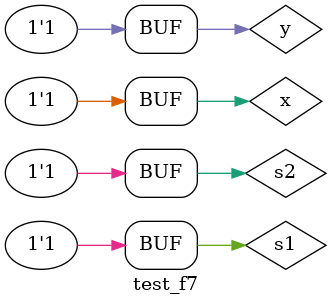
<source format=v>
module mux ( output s_group1, output s_group2, output s,input a,input b,input select_port, input select_grupo );
// definir dados locais
wire not_select;
wire not_select2;
wire sa;
wire sb;
wire sc;
wire sd;
wire se;
wire sf;
wire s1; 
wire s2;
wire s3;
wire s4;
// descrever por portas

//Grupo1
and AND(s1, a, b);
nand NAND(s2, a, b);

//Grupo2
or OR (s3, a, b);
nor NOR (s4, a, b);

//Select porta
not NOT1 ( not_select, select_port );

and AND1 ( sa, s1, not_select );
and AND2 ( sb, s2, select_port );
or OR1 ( s_group1 , sa, sb );

and AND3 ( sc, s3, not_select );
and AND4 ( sd, s4, select_port );
or OR2 ( s_group2 , sc, sd );

//select_grupo
not NOT3 ( not_select2, select_grupo );
and AND5 ( se, s_group1, not_select2 );
and AND6 ( sf, s_group2, select_grupo );
or OR3 ( s , se, sf );

endmodule // mux
module test_f7;
// ------------------------- definir dados
reg x;
reg y;
reg s1;
reg s2;
wire saida_group1;
wire saida_group2;
wire saida;


mux MUX1 ( saida_group1, saida_group2, saida, x, y, s1, s2 );
// ------------------------- parte principal
initial
begin : main
$display("Guia_0703");
$display("Test LU's module");
$display("   x	y    s1   s2  saida1  saida2 saida-final");

// projetar testes do modulo
$monitor("%4b %4b %4b %4b | %4b %4b %4b", x, y, s1, s2, saida_group1, saida_group2, saida);

x = 1'b0; y = 1'b0; s1 = 1'b0 ; s2= 1'b0;
#1 x = 1'b0; y = 1'b0; s1 = 1'b0 ; s2= 1'b1;
#1 x = 1'b0; y = 1'b0; s1 = 1'b1 ; s2= 1'b0;
#1 x = 1'b0; y = 1'b0; s1 = 1'b1 ; s2= 1'b1;
#1 x = 1'b0; y = 1'b1; s1 = 1'b0 ; s2= 1'b0;
#1 x = 1'b0; y = 1'b1; s1 = 1'b0 ; s2= 1'b1;
#1 x = 1'b0; y = 1'b1; s1 = 1'b1 ; s2= 1'b0;
#1 x = 1'b0; y = 1'b1; s1 = 1'b1 ; s2= 1'b1;
#1 x = 1'b1; y = 1'b0; s1 = 1'b0 ; s2= 1'b0;
#1 x = 1'b1; y = 1'b0; s1 = 1'b0 ; s2= 1'b1;
#1 x = 1'b1; y = 1'b0; s1 = 1'b1 ; s2= 1'b0;
#1 x = 1'b1; y = 1'b0; s1 = 1'b1 ; s2= 1'b1;
#1 x = 1'b1; y = 1'b1; s1 = 1'b0 ; s2= 1'b0;
#1 x = 1'b1; y = 1'b1; s1 = 1'b0 ; s2= 1'b1;
#1 x = 1'b1; y = 1'b1; s1 = 1'b1 ; s2= 1'b0;
#1 x = 1'b1; y = 1'b1; s1 = 1'b1 ; s2= 1'b1;
end
endmodule // test_f7

/*
Guia_0703
Test LU's module
   x    y    s1   s2  saida1  saida2 saida-final
   0    0    0    0 |    0    0    0
   0    0    0    1 |    0    0    0
   0    0    1    0 |    1    1    1
   0    0    1    1 |    1    1    1
   0    1    0    0 |    0    1    0
   0    1    0    1 |    0    1    1
   0    1    1    0 |    1    0    1
   0    1    1    1 |    1    0    0
   1    0    0    0 |    0    1    0
   1    0    0    1 |    0    1    1
   1    0    1    0 |    1    0    1
   1    0    1    1 |    1    0    0
   1    1    0    0 |    1    1    1
   1    1    0    1 |    1    1    1
   1    1    1    0 |    0    0    0
   1    1    1    1 |    0    0    0
*/
</source>
